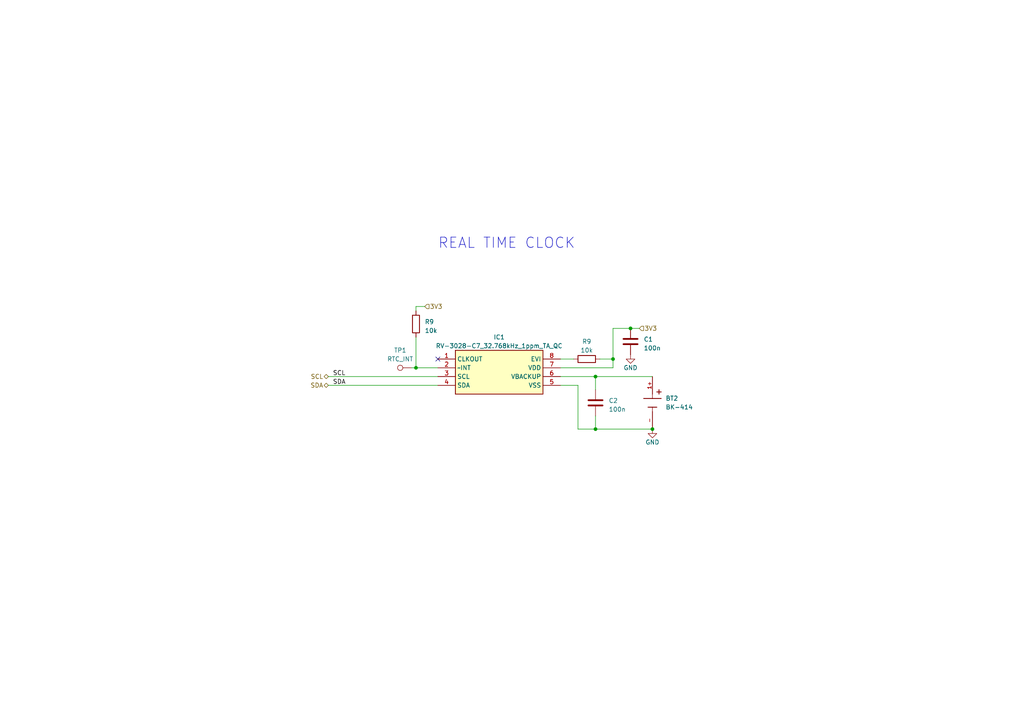
<source format=kicad_sch>
(kicad_sch (version 20230121) (generator eeschema)
  (paper "A4")
  (title_block (title "Payload 2023 CM4 Board") (date "2023-04-25") (rev "0.1WIP") (company "AGH Space Systems") (comment 1 "Filip Tomczyk") (comment 2 "SQ3TLE.DEV"))
  (lib_symbols
    (symbol "BK-414:BK-414" (pin_names (offset 1.016) hide)
      (property "Reference" "BT" (at -3.81 3.81 0))
      (property "Value" "BK-414" (at -3.81 -5.08 0))
      (symbol "BK-414_0_0"
        (polyline (pts (xy -3.81 1.905) (xy -2.54 1.905)) (stroke (width 0.254)))
        (polyline (pts (xy -3.175 2.54) (xy -3.175 1.27)) (stroke (width 0.254)))
        (polyline (pts (xy -1.27 0) (xy -2.54 0)) (stroke (width 0.1524)))
        (polyline (pts (xy -1.27 0) (xy -1.27 -2.54)) (stroke (width 0.254)))
        (polyline (pts (xy -1.27 2.54) (xy -1.27 0)) (stroke (width 0.254)))
        (polyline (pts (xy 1.27 0) (xy 1.27 -1.27)) (stroke (width 0.254)))
        (polyline (pts (xy 1.27 0) (xy 2.54 0)) (stroke (width 0.1524)))
        (polyline (pts (xy 1.27 1.27) (xy 1.27 0)) (stroke (width 0.254)))
        (pin passive line (at 7.62 0 180) (length 5.08) (name "~") (number "-"))
        (pin passive line (at -7.62 0 0) (length 5.08) (name "~") (number "1+"))
      )
    )
    (symbol "Connector:TestPoint" (pin_numbers hide) (pin_names (offset 0.762) hide)
      (property "Reference" "TP" (at 0 6.858 0))
      (property "Value" "TestPoint" (at 0 5.08 0))
      (symbol "TestPoint_0_1"
        (circle (center 0 3.302) (radius 0.762))
      )
      (symbol "TestPoint_1_1"
        (pin passive line (at 0 0 90) (length 2.54) (name "1") (number "1"))
      )
    )
    (symbol "Device:C" (pin_numbers hide) (pin_names (offset 0.254))
      (property "Reference" "C" (at 0.635 2.54 0))
      (property "Value" "C" (at 0.635 -2.54 0))
      (symbol "C_0_1"
        (polyline (pts (xy -2.032 -0.762) (xy 2.032 -0.762)) (stroke (width 0.508)))
        (polyline (pts (xy -2.032 0.762) (xy 2.032 0.762)) (stroke (width 0.508)))
      )
      (symbol "C_1_1"
        (pin passive line (at 0 3.81 270) (length 2.794) (name "~") (number "1"))
        (pin passive line (at 0 -3.81 90) (length 2.794) (name "~") (number "2"))
      )
    )
    (symbol "Device:R" (pin_numbers hide) (pin_names (offset 0))
      (property "Reference" "R" (at 2.032 0 90))
      (property "Value" "R" (at 0 0 90))
      (symbol "R_0_1"
        (rectangle (start -1.016 -2.54) (end 1.016 2.54) (stroke (width 0.254)))
      )
      (symbol "R_1_1"
        (pin passive line (at 0 3.81 270) (length 1.27) (name "~") (number "1"))
        (pin passive line (at 0 -3.81 90) (length 1.27) (name "~") (number "2"))
      )
    )
    (symbol "LibLoader:RV-3028-C7_32.768kHz_1ppm_TA_QC"
      (property "Reference" "IC" (at 31.75 7.62 0))
      (property "Value" "RV-3028-C7_32.768kHz_1ppm_TA_QC" (at 31.75 5.08 0))
      (symbol "RV-3028-C7_32.768kHz_1ppm_TA_QC_1_1"
        (rectangle (start 5.08 2.54) (end 30.48 -10.16) (stroke (width 0.254)) (fill (type background)))
        (pin passive line (at 0 0 0) (length 5.08) (name "CLKOUT") (number "1"))
        (pin passive line (at 0 -2.54 0) (length 5.08) (name "~INT") (number "2"))
        (pin passive line (at 0 -5.08 0) (length 5.08) (name "SCL") (number "3"))
        (pin passive line (at 0 -7.62 0) (length 5.08) (name "SDA") (number "4"))
        (pin passive line (at 35.56 -7.62 180) (length 5.08) (name "VSS") (number "5"))
        (pin passive line (at 35.56 -5.08 180) (length 5.08) (name "VBACKUP") (number "6"))
        (pin passive line (at 35.56 -2.54 180) (length 5.08) (name "VDD") (number "7"))
        (pin passive line (at 35.56 0 180) (length 5.08) (name "EVI") (number "8"))
      )
    )
    (symbol "power:GND" (power) (pin_names (offset 0))
      (property "Value" "GND" (at 0 -3.81 0))
      (symbol "GND_0_1"
        (polyline (pts (xy 0 0) (xy 0 -1.27) (xy 1.27 -1.27) (xy 0 -2.54) (xy -1.27 -1.27) (xy 0 -1.27)))
      )
      (symbol "GND_1_1"
        (pin power_in line (at 0 0 270) (length 0) hide (name "GND") (number "1"))
      )
    )
  )
  (junction (at 182.88 95.25))
  (junction (at 172.72 109.22))
  (junction (at 189.23 124.46))
  (junction (at 172.72 124.46))
  (junction (at 120.65 106.68))
  (junction (at 177.8 104.14))
  (no_connect (at 127 104.14))
  (wire (pts (xy 119.38 106.68) (xy 120.65 106.68)))
  (wire (pts (xy 120.65 90.17) (xy 120.65 88.9)))
  (wire (pts (xy 120.65 106.68) (xy 127 106.68)))
  (wire (pts (xy 95.25 109.22) (xy 127 109.22)))
  (wire (pts (xy 162.56 106.68) (xy 177.8 106.68)))
  (wire (pts (xy 177.8 95.25) (xy 182.88 95.25)))
  (wire (pts (xy 177.8 104.14) (xy 177.8 106.68)))
  (wire (pts (xy 172.72 124.46) (xy 189.23 124.46)))
  (wire (pts (xy 162.56 109.22) (xy 172.72 109.22)))
  (wire (pts (xy 120.65 88.9) (xy 123.19 88.9)))
  (wire (pts (xy 172.72 124.46) (xy 167.64 124.46)))
  (wire (pts (xy 166.37 104.14) (xy 162.56 104.14)))
  (wire (pts (xy 172.72 120.65) (xy 172.72 124.46)))
  (wire (pts (xy 167.64 124.46) (xy 167.64 111.76)))
  (wire (pts (xy 167.64 111.76) (xy 162.56 111.76)))
  (wire (pts (xy 173.99 104.14) (xy 177.8 104.14)))
  (wire (pts (xy 120.65 97.79) (xy 120.65 106.68)))
  (wire (pts (xy 95.25 111.76) (xy 127 111.76)))
  (wire (pts (xy 177.8 95.25) (xy 177.8 104.14)))
  (wire (pts (xy 172.72 109.22) (xy 172.72 113.03)))
  (wire (pts (xy 182.88 95.25) (xy 185.42 95.25)))
  (wire (pts (xy 172.72 109.22) (xy 189.23 109.22)))
  (text "REAL TIME CLOCK" (at 127 72.39 0) (effects (font (size 3 3)) (justify left bottom)))
  (label "SCL" (at 96.52 109.22 0))
  (label "SDA" (at 96.52 111.76 0))
  (hierarchical_label "SCL" (shape bidirectional) (at 95.25 109.22 180))
  (hierarchical_label "3V3" (shape input) (at 123.19 88.9 0))
  (hierarchical_label "SDA" (shape bidirectional) (at 95.25 111.76 180))
  (hierarchical_label "3V3" (shape input) (at 185.42 95.25 0))
  (symbol (lib_id "Device:C") (at 172.72 116.84 0) (unit 1)
    (property "Reference" "C2" (at 176.53 116.205 0) (effects (justify left)))
    (property "Value" "100n" (at 176.53 118.745 0) (effects (justify left)))
    (property "Footprint" "Capacitor_SMD:C_0402_1005Metric" (effects hide))
  )
  (symbol (lib_id "Device:R") (at 170.18 104.14 90) (unit 1)
    (property "Reference" "R9" (at 170.18 99.06 90))
    (property "Value" "10k" (at 170.18 101.6 90))
    (property "Footprint" "Capacitor_SMD:C_0402_1005Metric" (effects hide))
    (instances (project "Payload_cm4_23" (path "" (reference "R9") (unit 1)) (path "" (reference "R26") (unit 1))))
  )
  (symbol (lib_id "power:GND") (at 182.88 102.87 0) (unit 1)
    (property "Reference" "#PWR05" (effects hide))
    (property "Value" "GND" (at 182.88 106.68 0))
  )
  (symbol (lib_id "Device:R") (at 120.65 93.98 0) (unit 1)
    (property "Reference" "R9" (at 123.19 93.345 0) (effects (justify left)))
    (property "Value" "10k" (at 123.19 95.885 0) (effects (justify left)))
    (property "Footprint" "Capacitor_SMD:C_0402_1005Metric" (effects hide))
    (instances (project "Payload_cm4_23" (path "" (reference "R9") (unit 1)) (path "" (reference "R25") (unit 1))))
  )
  (symbol (lib_id "power:GND") (at 189.23 124.46 0) (unit 1)
    (property "Reference" "#PWR03" (effects hide))
    (property "Value" "GND" (at 189.23 128.27 0))
  )
  (symbol (lib_id "Device:C") (at 182.88 99.06 0) (unit 1)
    (property "Reference" "C1" (at 186.69 98.425 0) (effects (justify left)))
    (property "Value" "100n" (at 186.69 100.965 0) (effects (justify left)))
    (property "Footprint" "Capacitor_SMD:C_0402_1005Metric" (effects hide))
  )
  (symbol (lib_id "Connector:TestPoint") (at 119.38 106.68 90) (unit 1)
    (property "Reference" "TP1" (at 116.078 101.6 90))
    (property "Value" "RTC_INT" (at 116.078 104.14 90))
    (property "Footprint" "TestPoint:TestPoint_Pad_D2.0mm" (effects hide))
  )
  (symbol (lib_id "BK-414:BK-414") (at 189.23 116.84 270) (unit 1)
    (property "Reference" "BT2" (at 193.04 115.5446 90) (effects (justify left)))
    (property "Value" "BK-414" (at 193.04 118.0846 90) (effects (justify left)))
    (property "Footprint" "SnapEDA Library:BAT_BK-414" (effects hide))
    (property "MANUFACTURER" "MPD" (effects hide))
    (property "STANDARD" "Manufacturer Recommendations" (effects hide))
    (property "PARTREV" "D" (effects hide))
    (property "MAXIMUM_PACKAGE_HEIGHT" "2.16mm" (effects hide))
  )
  (symbol (lib_id "LibLoader:RV-3028-C7_32.768kHz_1ppm_TA_QC") (at 127 104.14 0) (unit 1)
    (property "Reference" "IC1" (at 144.78 97.79 0))
    (property "Value" "RV-3028-C7_32.768kHz_1ppm_TA_QC" (at 144.78 100.33 0))
    (property "Footprint" "RV3028C732768kHz1ppmTAQC" (effects hide))
    (property "Datasheet" "https://www.mouser.de/datasheet/2/530/RV_3028_C7-1524919.pdf" (effects hide))
    (property "Height" "0.8" (effects hide))
    (property "Mouser Part Number" "428-203591-MG01" (effects hide))
    (property "Mouser Price/Stock" "https://www.mouser.co.uk/ProductDetail/Micro-Crystal/RV-3028-C7-32.768kHz-1ppm-TA-QC?qs=u16ybLDytRaU7ZFJl2AxfQ%3D%3D" (effects hide))
    (property "Manufacturer_Name" "Micro Crystal AG" (effects hide))
    (property "Manufacturer_Part_Number" "RV-3028-C7 32.768kHz 1ppm TA QC" (effects hide))
  )
)
</source>
